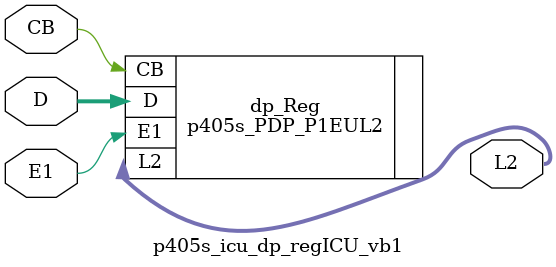
<source format=v>
module p405s_icu_dp_regICU_vb1(
                      CB,
                      D,
                      E1,
                      L2
                     );

    input CB; 
    input [0:31] D; 
    input  E1; 
    output [0:31] L2; 

p405s_PDP_P1EUL2
 #(32, 1, 1, 1, 2, 0 ) dp_Reg (
                                         .CB  (CB),
                                         .D   (D),
                                         .E1  (E1),
                                         .L2  (L2)
                                         );

endmodule

</source>
